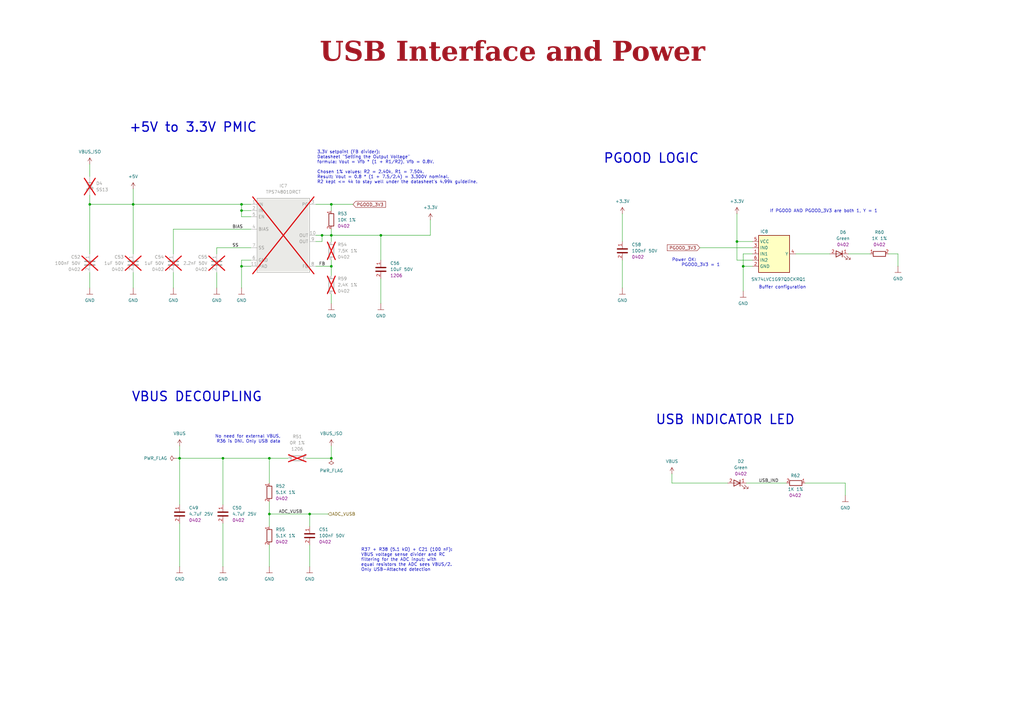
<source format=kicad_sch>
(kicad_sch (version 20250114) (generator "eeschema") (generator_version "9.0")
  (paper "A3")
  (title_block (title "USB Interface and Power") (date "2026-02-05") (rev "1.0.0") (company "DvidMakesThings"))
  (lib_symbols
    (symbol "DS_Capacitor_0402:100nF 50V 0402"
      (property "Reference" "C" (at 3.81 2.032 0))
      (property "Value" "100nF 50V" (at 3.81 0 0))
      (property "FOOTPRINT_SHORT" "0402" (at 3.81 -2.032 0))
      (symbol "100nF 50V 0402_0_1"
        (polyline (pts (xy -2.032 0.762) (xy 2.032 0.762)) (stroke (width 0.508)))
        (polyline (pts (xy -2.032 -0.762) (xy 2.032 -0.762)) (stroke (width 0.508)))
      )
      (symbol "100nF 50V 0402_1_1"
        (pin passive line (at 0 3.81 270) (length 2.794) (name "~") (number "1"))
        (pin passive line (at 0 -3.81 90) (length 2.794) (name "~") (number "2"))
      )
    )
    (symbol "DS_Capacitor_0402:1uF 50V 0402"
      (property "Reference" "C" (at 3.81 2.032 0))
      (property "Value" "1uF 50V" (at 3.81 0 0))
      (property "FOOTPRINT_SHORT" "0402" (at 3.81 -2.032 0))
      (symbol "1uF 50V 0402_0_1"
        (polyline (pts (xy -2.032 0.762) (xy 2.032 0.762)) (stroke (width 0.508)))
        (polyline (pts (xy -2.032 -0.762) (xy 2.032 -0.762)) (stroke (width 0.508)))
      )
      (symbol "1uF 50V 0402_1_1"
        (pin passive line (at 0 3.81 270) (length 2.794) (name "~") (number "1"))
        (pin passive line (at 0 -3.81 90) (length 2.794) (name "~") (number "2"))
      )
    )
    (symbol "DS_Capacitor_0402:2.2nF 50V 0402"
      (property "Reference" "C" (at 3.81 2.032 0))
      (property "Value" "2.2nF 50V" (at 3.81 0 0))
      (property "FOOTPRINT_SHORT" "0402" (at 3.81 -2.032 0))
      (symbol "2.2nF 50V 0402_0_1"
        (polyline (pts (xy -2.032 0.762) (xy 2.032 0.762)) (stroke (width 0.508)))
        (polyline (pts (xy -2.032 -0.762) (xy 2.032 -0.762)) (stroke (width 0.508)))
      )
      (symbol "2.2nF 50V 0402_1_1"
        (pin passive line (at 0 3.81 270) (length 2.794) (name "~") (number "1"))
        (pin passive line (at 0 -3.81 90) (length 2.794) (name "~") (number "2"))
      )
    )
    (symbol "DS_Capacitor_0402:4.7uF 25V 0402"
      (property "Reference" "C" (at 3.81 2.032 0))
      (property "Value" "4.7uF 25V" (at 3.81 0 0))
      (property "FOOTPRINT_SHORT" "0402" (at 3.81 -2.032 0))
      (symbol "4.7uF 25V 0402_0_1"
        (polyline (pts (xy -2.032 0.762) (xy 2.032 0.762)) (stroke (width 0.508)))
        (polyline (pts (xy -2.032 -0.762) (xy 2.032 -0.762)) (stroke (width 0.508)))
      )
      (symbol "4.7uF 25V 0402_1_1"
        (pin passive line (at 0 3.81 270) (length 2.794) (name "~") (number "1"))
        (pin passive line (at 0 -3.81 90) (length 2.794) (name "~") (number "2"))
      )
    )
    (symbol "DS_Capacitor_1206:10uF 50V 1206"
      (property "Reference" "C" (at 3.81 2.032 0))
      (property "Value" "10uF 50V" (at 3.81 0 0))
      (property "FOOTPRINT_SHORT" "1206" (at 3.81 -2.032 0))
      (symbol "10uF 50V 1206_0_1"
        (polyline (pts (xy -2.032 0.762) (xy 2.032 0.762)) (stroke (width 0.508)))
        (polyline (pts (xy -2.032 -0.762) (xy 2.032 -0.762)) (stroke (width 0.508)))
      )
      (symbol "10uF 50V 1206_1_1"
        (pin passive line (at 0 3.81 270) (length 2.794) (name "~") (number "1"))
        (pin passive line (at 0 -3.81 90) (length 2.794) (name "~") (number "2"))
      )
    )
    (symbol "DS_Opto:Green_0402"
      (property "Reference" "D" (at -1.27 5.08 0))
      (property "Value" "Green" (at -1.27 2.794 0))
      (property "Size" "0402" (at -1.016 -3.302 0))
      (symbol "Green_0402_0_1"
        (polyline (pts (xy -3.048 -0.762) (xy -4.572 -2.286) (xy -3.81 -2.286) (xy -4.572 -2.286) (xy -4.572 -1.524)))
        (polyline (pts (xy -1.778 -0.762) (xy -3.302 -2.286) (xy -2.54 -2.286) (xy -3.302 -2.286) (xy -3.302 -1.524)))
        (polyline (pts (xy -1.27 0) (xy 1.27 0)))
        (polyline (pts (xy -1.27 -1.27) (xy -1.27 1.27)) (stroke (width 0.254)))
        (polyline (pts (xy 1.27 -1.27) (xy 1.27 1.27) (xy -1.27 0) (xy 1.27 -1.27)) (stroke (width 0.254)))
      )
      (symbol "Green_0402_1_1"
        (pin passive line (at -3.81 0 0) (length 2.54) (name "") (number "1"))
        (pin passive line (at 3.81 0 180) (length 2.54) (name "") (number "2"))
      )
    )
    (symbol "DS_Peripherals:SN74LVC1G97QDCKRQ1"
      (property "Reference" "IC" (at -6.35 9.144 0))
      (property "Value" "SN74LVC1G97QDCKRQ1" (at 1.778 -9.652 0))
      (symbol "SN74LVC1G97QDCKRQ1_0_1"
        (rectangle (start -6.35 7.62) (end 6.35 -7.62) (stroke (width 0.254)) (fill (type background)))
      )
      (symbol "SN74LVC1G97QDCKRQ1_1_1"
        (pin power_in line (at -8.89 5.08 0) (length 2.54) (name "VCC") (number "5"))
        (pin passive line (at -8.89 2.54 0) (length 2.54) (name "IN0") (number "3"))
        (pin passive line (at -8.89 0 0) (length 2.54) (name "IN1") (number "1"))
        (pin passive line (at -8.89 -2.54 0) (length 2.54) (name "IN2") (number "6"))
        (pin power_in line (at -8.89 -5.08 0) (length 2.54) (name "GND") (number "2"))
        (pin passive line (at 8.89 0 180) (length 2.54) (name "Y") (number "4"))
      )
    )
    (symbol "DS_Resistor_0402:10K 1% 0402"
      (property "Reference" "R" (at 2.032 2.032 0))
      (property "Value" "10K 1%" (at 2.032 0 0))
      (property "FOOTPRINT_SHORT" "0402" (at 2.032 -2.032 0))
      (symbol "10K 1% 0402_0_1"
        (rectangle (start -1.016 2.54) (end 1.016 -2.54) (stroke (width 0.254)))
      )
      (symbol "10K 1% 0402_1_1"
        (pin passive line (at 0 3.81 270) (length 1.27) (name "~") (number "1"))
        (pin passive line (at 0 -3.81 90) (length 1.27) (name "~") (number "2"))
      )
    )
    (symbol "DS_Resistor_0402:1K 1% 0402"
      (property "Reference" "R" (at 2.032 2.032 0))
      (property "Value" "1K 1%" (at 2.032 0 0))
      (property "FOOTPRINT_SHORT" "0402" (at 2.032 -2.032 0))
      (symbol "1K 1% 0402_0_1"
        (rectangle (start -1.016 2.54) (end 1.016 -2.54) (stroke (width 0.254)))
      )
      (symbol "1K 1% 0402_1_1"
        (pin passive line (at 0 3.81 270) (length 1.27) (name "~") (number "1"))
        (pin passive line (at 0 -3.81 90) (length 1.27) (name "~") (number "2"))
      )
    )
    (symbol "DS_Resistor_0402:2.4K 1% 0402"
      (property "Reference" "R" (at 2.032 2.032 0))
      (property "Value" "2.4K 1%" (at 2.032 0 0))
      (property "FOOTPRINT_SHORT" "0402" (at 2.032 -2.032 0))
      (symbol "2.4K 1% 0402_0_1"
        (rectangle (start -1.016 2.54) (end 1.016 -2.54) (stroke (width 0.254)))
      )
      (symbol "2.4K 1% 0402_1_1"
        (pin passive line (at 0 3.81 270) (length 1.27) (name "~") (number "1"))
        (pin passive line (at 0 -3.81 90) (length 1.27) (name "~") (number "2"))
      )
    )
    (symbol "DS_Resistor_0402:5.1K 1% 0402"
      (property "Reference" "R" (at 2.032 2.032 0))
      (property "Value" "5.1K 1%" (at 2.032 0 0))
      (property "FOOTPRINT_SHORT" "0402" (at 2.032 -2.032 0))
      (symbol "5.1K 1% 0402_0_1"
        (rectangle (start -1.016 2.54) (end 1.016 -2.54) (stroke (width 0.254)))
      )
      (symbol "5.1K 1% 0402_1_1"
        (pin passive line (at 0 3.81 270) (length 1.27) (name "~") (number "1"))
        (pin passive line (at 0 -3.81 90) (length 1.27) (name "~") (number "2"))
      )
    )
    (symbol "DS_Resistor_0402:7.5K 1% 0402"
      (property "Reference" "R" (at 2.032 2.032 0))
      (property "Value" "7.5K 1%" (at 2.032 0 0))
      (property "FOOTPRINT_SHORT" "0402" (at 2.032 -2.032 0))
      (symbol "7.5K 1% 0402_0_1"
        (rectangle (start -1.016 2.54) (end 1.016 -2.54) (stroke (width 0.254)))
      )
      (symbol "7.5K 1% 0402_1_1"
        (pin passive line (at 0 3.81 270) (length 1.27) (name "~") (number "1"))
        (pin passive line (at 0 -3.81 90) (length 1.27) (name "~") (number "2"))
      )
    )
    (symbol "DS_Resistor_1206:0R 1% 1206"
      (property "Reference" "R" (at 2.032 2.032 0))
      (property "Value" "0R 1%" (at 2.032 0 0))
      (property "FOOTPRINT_SHORT" "1206" (at 2.032 -2.032 0))
      (symbol "0R 1% 1206_0_1"
        (rectangle (start -1.016 2.54) (end 1.016 -2.54) (stroke (width 0.254)))
      )
      (symbol "0R 1% 1206_1_1"
        (pin passive line (at 0 3.81 270) (length 1.27) (name "~") (number "1"))
        (pin passive line (at 0 -3.81 90) (length 1.27) (name "~") (number "2"))
      )
    )
    (symbol "DS_Supply:GND" (power) (pin_numbers (hide yes)) (pin_names (offset 0) (hide yes))
      (property "Value" "GND" (at 0 -3.81 0))
      (symbol "GND_0_1"
        (polyline (pts (xy 0 0) (xy 0 -2.54) (xy 1.27 -2.54) (xy 0 -2.54) (xy -1.27 -2.54) (xy 0 -2.54)))
      )
      (symbol "GND_1_1"
        (pin power_in line (at 0 0 270) (length 0) (name "~") (number "1"))
      )
    )
    (symbol "DS_Vreg:TPS74801DRCT"
      (property "Reference" "IC" (at -7.874 17.018 0))
      (property "Value" "TPS74801DRCT" (at -11.176 -17.526 0))
      (symbol "TPS74801DRCT_0_1"
        (rectangle (start -11.43 15.24) (end 10.16 -15.24) (fill (type background)))
      )
      (symbol "TPS74801DRCT_1_0"
        (pin power_in line (at -13.97 12.7 0) (length 2.54) (name "IN") (number "1"))
        (pin power_in line (at -13.97 10.16 0) (length 2.54) (name "IN") (number "2"))
        (pin input line (at -13.97 7.62 0) (length 2.54) (name "EN") (number "5"))
        (pin input line (at -13.97 2.54 0) (length 2.54) (name "BIAS") (number "4"))
        (pin passive line (at -13.97 -5.08 0) (length 2.54) (name "SS") (number "7"))
        (pin power_in line (at -13.97 -10.16 0) (length 2.54) (name "GND") (number "6"))
        (pin power_in line (at -13.97 -12.7 0) (length 2.54) (name "PAD") (number "11"))
        (pin passive line (at 12.7 12.7 180) (length 2.54) (name "PG") (number "3"))
        (pin power_in line (at 12.7 0 180) (length 2.54) (name "OUT") (number "10"))
        (pin power_in line (at 12.7 -2.54 180) (length 2.54) (name "OUT") (number "9"))
        (pin input line (at 12.7 -12.7 180) (length 2.54) (name "FB") (number "8"))
      )
    )
    (symbol "Diode:SS13" (pin_numbers (hide yes)) (pin_names (offset 1.016) (hide yes))
      (property "Reference" "D" (at 0 2.54 0))
      (property "Value" "SS13" (at 0 -2.54 0))
      (symbol "SS13_0_1"
        (polyline (pts (xy -1.905 0.635) (xy -1.905 1.27) (xy -1.27 1.27) (xy -1.27 -1.27) (xy -0.635 -1.27) (xy -0.635 -0.635)) (stroke (width 0.254)))
        (polyline (pts (xy 1.27 1.27) (xy 1.27 -1.27) (xy -1.27 0) (xy 1.27 1.27)) (stroke (width 0.254)))
        (polyline (pts (xy 1.27 0) (xy -1.27 0)))
      )
      (symbol "SS13_1_1"
        (pin passive line (at -3.81 0 0) (length 2.54) (name "K") (number "1"))
        (pin passive line (at 3.81 0 180) (length 2.54) (name "A") (number "2"))
      )
    )
    (symbol "power:+3.3V" (power) (pin_numbers (hide yes)) (pin_names (offset 0) (hide yes))
      (property "Value" "+3.3V" (at 0 3.556 0))
      (symbol "+3.3V_0_1"
        (polyline (pts (xy -0.762 1.27) (xy 0 2.54)))
        (polyline (pts (xy 0 2.54) (xy 0.762 1.27)))
        (polyline (pts (xy 0 0) (xy 0 2.54)))
      )
      (symbol "+3.3V_1_1"
        (pin power_in line (at 0 0 90) (length 0) (name "~") (number "1"))
      )
    )
    (symbol "power:+5V" (power) (pin_numbers (hide yes)) (pin_names (offset 0) (hide yes))
      (property "Value" "+5V" (at 0 3.556 0))
      (symbol "+5V_0_1"
        (polyline (pts (xy -0.762 1.27) (xy 0 2.54)))
        (polyline (pts (xy 0 2.54) (xy 0.762 1.27)))
        (polyline (pts (xy 0 0) (xy 0 2.54)))
      )
      (symbol "+5V_1_1"
        (pin power_in line (at 0 0 90) (length 0) (name "~") (number "1"))
      )
    )
    (symbol "power:PWR_FLAG" (power) (pin_numbers (hide yes)) (pin_names (offset 0) (hide yes))
      (property "Value" "PWR_FLAG" (at 0 3.81 0))
      (symbol "PWR_FLAG_0_0"
        (pin power_out line (at 0 0 90) (length 0) (name "~") (number "1"))
      )
      (symbol "PWR_FLAG_0_1"
        (polyline (pts (xy 0 0) (xy 0 1.27) (xy -1.016 1.905) (xy 0 2.54) (xy 1.016 1.905) (xy 0 1.27)))
      )
    )
    (symbol "power:VBUS" (power) (pin_numbers (hide yes)) (pin_names (offset 0) (hide yes))
      (property "Value" "VBUS" (at 0 3.556 0))
      (symbol "VBUS_0_1"
        (polyline (pts (xy -0.762 1.27) (xy 0 2.54)))
        (polyline (pts (xy 0 2.54) (xy 0.762 1.27)))
        (polyline (pts (xy 0 0) (xy 0 2.54)))
      )
      (symbol "VBUS_1_1"
        (pin power_in line (at 0 0 90) (length 0) (name "~") (number "1"))
      )
    )
  )
  (text "No need for external VBUS,\nR36 is DNI. Only USB data" (at 115.062 180.086 0) (effects (font (size 1.27 1.27)) (justify right)))
  (text "+5V to 3.3V PMIC" (at 52.832 52.324 0) (effects (font (size 3.81 3.81) (thickness 0.508) (bold yes)) (justify left)))
  (text "3.3V setpoint (FB divider): \nDatasheet \"Setting the Output Voltage\" \nformula: Vout = Vfb * (1 + R1/R2), Vfb = 0.8V. \n\nChosen 1% values: R2 = 2.40k, R1 = 7.50k. \nResult: Vout = 0.8 * (1 + 7.5/2.4) = 3.300V nominal. \nR2 kept <= 4k to stay well under the datasheet's 4.99k guideline." (at 130.048 68.58 0) (effects (font (size 1.27 1.27)) (justify left)))
  (text "VBUS DECOUPLING" (at 53.848 162.814 0) (effects (font (size 3.81 3.81) (thickness 0.508) (bold yes)) (justify left)))
  (text "R37 + R38 (5.1 kΩ) + C21 (100 nF): \nVBUS voltage sense divider and RC \nfiltering for the ADC input; with \nequal resistors the ADC sees VBUS/2.\nOnly USB-Attached detection" (at 148.082 229.616 0) (effects (font (size 1.27 1.27)) (justify left)))
  (text "If PGOOD AND PGOOD_3V3 are both 1, Y = 1" (at 315.722 86.614 0) (effects (font (size 1.27 1.27)) (justify left)))
  (text "USB INDICATOR LED" (at 268.732 172.212 0) (effects (font (size 3.81 3.81) (thickness 0.508) (bold yes)) (justify left)))
  (text "Power OK: \n    PGOOD_3V3 = 1" (at 275.59 107.696 0) (effects (font (size 1.27 1.27)) (justify left)))
  (text "Buffer configuration" (at 311.15 117.856 0) (effects (font (size 1.27 1.27)) (justify left)))
  (text "PGOOD LOGIC" (at 247.396 65.024 0) (effects (font (size 3.81 3.81) (thickness 0.508) (bold yes)) (justify left)))
  (text_box "USB Interface and Power" (at 12.7 15.24 0) (size 394.97 12.7) (margins 5.9999 5.9999 5.9999 5.9999) (stroke (width -0.0001)) (effects (font (size 8 8) (thickness 1.2) (bold yes))))
  (junction (at 127 210.82))
  (junction (at 99.06 109.22))
  (junction (at 110.49 210.82))
  (junction (at 110.49 187.96))
  (junction (at 304.8 109.22))
  (junction (at 54.61 83.82))
  (junction (at 132.08 96.52))
  (junction (at 135.89 96.52))
  (junction (at 73.66 187.96))
  (junction (at 36.83 83.82))
  (junction (at 135.89 187.96))
  (junction (at 135.89 109.22))
  (junction (at 156.21 96.52))
  (junction (at 302.26 99.06))
  (junction (at 91.44 187.96))
  (junction (at 135.89 83.82))
  (junction (at 99.06 86.36))
  (junction (at 99.06 83.82))
  (wire (pts (xy 156.21 114.3) (xy 156.21 124.46)))
  (wire (pts (xy 275.59 198.12) (xy 275.59 194.31)))
  (wire (pts (xy 135.89 83.82) (xy 144.78 83.82)))
  (wire (pts (xy 127 232.41) (xy 127 223.52)))
  (wire (pts (xy 129.54 109.22) (xy 135.89 109.22)))
  (wire (pts (xy 72.39 187.96) (xy 73.66 187.96)))
  (wire (pts (xy 368.3 104.14) (xy 368.3 109.22)))
  (wire (pts (xy 298.45 198.12) (xy 275.59 198.12)))
  (wire (pts (xy 302.26 87.63) (xy 302.26 99.06)))
  (wire (pts (xy 36.83 118.11) (xy 36.83 111.76)))
  (wire (pts (xy 36.83 83.82) (xy 36.83 104.14)))
  (wire (pts (xy 125.73 187.96) (xy 135.89 187.96)))
  (wire (pts (xy 54.61 83.82) (xy 54.61 104.14)))
  (wire (pts (xy 54.61 83.82) (xy 99.06 83.82)))
  (wire (pts (xy 88.9 111.76) (xy 88.9 118.11)))
  (wire (pts (xy 54.61 77.47) (xy 54.61 83.82)))
  (wire (pts (xy 129.54 96.52) (xy 132.08 96.52)))
  (wire (pts (xy 73.66 232.41) (xy 73.66 214.63)))
  (wire (pts (xy 129.54 99.06) (xy 132.08 99.06)))
  (wire (pts (xy 306.07 198.12) (xy 322.58 198.12)))
  (wire (pts (xy 110.49 232.41) (xy 110.49 223.52)))
  (wire (pts (xy 91.44 187.96) (xy 73.66 187.96)))
  (wire (pts (xy 156.21 96.52) (xy 176.53 96.52)))
  (wire (pts (xy 127 210.82) (xy 127 215.9)))
  (wire (pts (xy 326.39 104.14) (xy 340.36 104.14)))
  (wire (pts (xy 135.89 93.98) (xy 135.89 96.52)))
  (wire (pts (xy 36.83 67.31) (xy 36.83 72.39)))
  (wire (pts (xy 132.08 96.52) (xy 135.89 96.52)))
  (wire (pts (xy 135.89 83.82) (xy 135.89 86.36)))
  (wire (pts (xy 73.66 182.88) (xy 73.66 187.96)))
  (wire (pts (xy 302.26 106.68) (xy 302.26 99.06)))
  (wire (pts (xy 36.83 80.01) (xy 36.83 83.82)))
  (wire (pts (xy 99.06 106.68) (xy 99.06 109.22)))
  (wire (pts (xy 110.49 187.96) (xy 110.49 198.12)))
  (wire (pts (xy 110.49 210.82) (xy 110.49 205.74)))
  (wire (pts (xy 88.9 101.6) (xy 88.9 104.14)))
  (wire (pts (xy 135.89 120.65) (xy 135.89 124.46)))
  (wire (pts (xy 304.8 109.22) (xy 304.8 119.38)))
  (wire (pts (xy 110.49 210.82) (xy 127 210.82)))
  (wire (pts (xy 99.06 83.82) (xy 102.87 83.82)))
  (wire (pts (xy 99.06 109.22) (xy 99.06 118.11)))
  (wire (pts (xy 91.44 232.41) (xy 91.44 214.63)))
  (wire (pts (xy 132.08 96.52) (xy 132.08 99.06)))
  (wire (pts (xy 304.8 104.14) (xy 308.61 104.14)))
  (wire (pts (xy 255.27 118.11) (xy 255.27 106.68)))
  (wire (pts (xy 287.02 101.6) (xy 308.61 101.6)))
  (wire (pts (xy 99.06 83.82) (xy 99.06 86.36)))
  (wire (pts (xy 127 210.82) (xy 134.62 210.82)))
  (wire (pts (xy 135.89 109.22) (xy 135.89 113.03)))
  (wire (pts (xy 88.9 101.6) (xy 102.87 101.6)))
  (wire (pts (xy 346.71 198.12) (xy 346.71 203.2)))
  (wire (pts (xy 110.49 215.9) (xy 110.49 210.82)))
  (wire (pts (xy 71.12 93.98) (xy 102.87 93.98)))
  (wire (pts (xy 99.06 106.68) (xy 102.87 106.68)))
  (wire (pts (xy 110.49 187.96) (xy 118.11 187.96)))
  (wire (pts (xy 364.49 104.14) (xy 368.3 104.14)))
  (wire (pts (xy 99.06 109.22) (xy 102.87 109.22)))
  (wire (pts (xy 135.89 182.88) (xy 135.89 187.96)))
  (wire (pts (xy 304.8 104.14) (xy 304.8 109.22)))
  (wire (pts (xy 308.61 109.22) (xy 304.8 109.22)))
  (wire (pts (xy 71.12 93.98) (xy 71.12 104.14)))
  (wire (pts (xy 73.66 207.01) (xy 73.66 187.96)))
  (wire (pts (xy 176.53 90.17) (xy 176.53 96.52)))
  (wire (pts (xy 135.89 96.52) (xy 135.89 99.06)))
  (wire (pts (xy 91.44 207.01) (xy 91.44 187.96)))
  (wire (pts (xy 308.61 106.68) (xy 302.26 106.68)))
  (wire (pts (xy 99.06 86.36) (xy 102.87 86.36)))
  (wire (pts (xy 99.06 88.9) (xy 102.87 88.9)))
  (wire (pts (xy 255.27 87.63) (xy 255.27 99.06)))
  (wire (pts (xy 71.12 118.11) (xy 71.12 111.76)))
  (wire (pts (xy 54.61 118.11) (xy 54.61 111.76)))
  (wire (pts (xy 356.87 104.14) (xy 347.98 104.14)))
  (wire (pts (xy 135.89 96.52) (xy 156.21 96.52)))
  (wire (pts (xy 129.54 83.82) (xy 135.89 83.82)))
  (wire (pts (xy 302.26 99.06) (xy 308.61 99.06)))
  (wire (pts (xy 135.89 106.68) (xy 135.89 109.22)))
  (wire (pts (xy 99.06 86.36) (xy 99.06 88.9)))
  (wire (pts (xy 330.2 198.12) (xy 346.71 198.12)))
  (wire (pts (xy 156.21 96.52) (xy 156.21 106.68)))
  (wire (pts (xy 36.83 83.82) (xy 54.61 83.82)))
  (wire (pts (xy 91.44 187.96) (xy 110.49 187.96)))
  (label "USB_IND" (at 311.15 198.12 0))
  (label "BIAS" (at 95.25 93.98 0))
  (label "ADC_VUSB" (at 114.3 210.82 0))
  (label "FB" (at 130.81 109.22 0))
  (label "SS" (at 95.25 101.6 0))
  (global_label "PGOOD_3V3" (shape input) (at 144.78 83.82 0) (property "Intersheetrefs" "${INTERSHEET_REFS}" (effects (hide yes))))
  (global_label "PGOOD_3V3" (shape input) (at 287.02 101.6 180) (property "Intersheetrefs" "${INTERSHEET_REFS}" (effects (hide yes))))
  (hierarchical_label "ADC_VUSB" (shape input) (at 134.62 210.82 0))
  (symbol (lib_id "power:VBUS") (at 275.59 194.31 0) (unit 1)
    (property "Reference" "#PWR0112" (effects (hide yes)))
    (property "Value" "VBUS" (at 275.59 189.23 0))
    (property "Description" "Power symbol creates a global label with name \"VBUS\"" (effects (hide yes)))
  )
  (symbol (lib_id "power:PWR_FLAG") (at 135.89 187.96 180) (unit 1)
    (property "Reference" "#FLG05" (effects (hide yes)))
    (property "Value" "PWR_FLAG" (at 135.89 193.04 0))
    (property "Description" "Special symbol for telling ERC where power comes from" (effects (hide yes)))
  )
  (symbol (lib_id "DS_Capacitor_1206:10uF 50V 1206") (at 156.21 110.49 0) (unit 1)
    (property "Reference" "C56" (at 160.02 107.9499 0) (effects (justify left)))
    (property "Value" "10uF 50V" (at 160.02 110.4899 0) (effects (justify left)))
    (property "Footprint" "Capacitor_SMD:C_1206_3216Metric" (effects (hide yes)))
    (property "Datasheet" "https://jlcpcb.com/api/file/downloadByFileSystemAccessId/8579707359440130048" (effects (hide yes)))
    (property "Description" "50V 10uF X5R ±10% 1206 Multilayer Ceramic Capacitors MLCC - SMD/SMT ROHS" (effects (hide yes)))
    (property "FOOTPRINT_SHORT" "1206" (at 160.02 113.0299 0) (effects (justify left)))
    (property "ROHS" "YES" (effects (hide yes)))
    (property "LCSC_PART" "C13585" (effects (hide yes)))
    (property "MFR" "Samsung Electro-Mechanics" (effects (hide yes)))
    (property "MPN" "CL31A106KBHNNNE" (effects (hide yes)))
  )
  (symbol (lib_id "DS_Resistor_0402:7.5K 1% 0402") (at 135.89 102.87 0) (unit 1) (in_bom no) (dnp yes)
    (property "Reference" "R54" (at 138.43 100.3299 0) (effects (justify left)))
    (property "Value" "7.5K 1%" (at 138.43 102.8699 0) (effects (justify left)))
    (property "Footprint" "Resistor_SMD:R_0402_1005Metric" (effects (hide yes)))
    (property "Description" "62.5mW Thick Film Resistors 50V ±100ppm/℃ ±1% 7.5kΩ 0402 Chip Resistor - Surface Mount ROHS" (effects (hide yes)))
    (property "LCSC_PART" "C25918" (effects (hide yes)))
    (property "ROHS" "YES" (effects (hide yes)))
    (property "FOOTPRINT_SHORT" "0402" (at 138.43 105.4099 0) (effects (justify left)))
    (property "MFR" "Uniohm" (effects (hide yes)))
  )
  (symbol (lib_id "DS_Supply:GND") (at 135.89 124.46 0) (unit 1)
    (property "Reference" "#PWR098" (effects (hide yes)))
    (property "Value" "GND" (at 135.89 129.54 0))
    (property "Description" "Power symbol creates a global label with name \"GND\" , ground" (effects (hide yes)))
  )
  (symbol (lib_id "Diode:SS13") (at 36.83 76.2 90) (unit 1) (in_bom no) (dnp yes)
    (property "Reference" "D4" (at 39.37 75.2474 90) (effects (justify right)))
    (property "Value" "SS13" (at 39.37 77.7874 90) (effects (justify right)))
    (property "Footprint" "Diode_SMD:D_SMA" (effects (hide yes)))
    (property "Datasheet" "https://www.vishay.com/docs/88746/ss12.pdf" (effects (hide yes)))
    (property "Description" "30V 1A Schottky Diode, SMA" (effects (hide yes)))
  )
  (symbol (lib_id "DS_Capacitor_0402:1uF 50V 0402") (at 71.12 107.95 0) (mirror y) (unit 1) (in_bom no) (dnp yes)
    (property "Reference" "C54" (at 67.31 105.4099 0) (effects (justify left)))
    (property "Value" "1uF 50V" (at 67.31 107.9499 0) (effects (justify left)))
    (property "Footprint" "Capacitor_SMD:C_0402_1005Metric" (effects (hide yes)))
    (property "Description" "50V 1uF X5R ±10% 0402 Multilayer Ceramic Capacitors MLCC - SMD/SMT ROHS" (effects (hide yes)))
    (property "FOOTPRINT_SHORT" "0402" (at 67.31 110.4899 0) (effects (justify left)))
    (property "ROHS" "YES" (effects (hide yes)))
    (property "LCSC_PART" "C1518208" (effects (hide yes)))
  )
  (symbol (lib_id "DS_Opto:Green_0402") (at 302.26 198.12 0) (mirror y) (unit 1)
    (property "Reference" "D2" (at 303.8475 189.23 0))
    (property "Value" "Green" (at 303.8475 191.77 0))
    (property "Footprint" "LED_SMD:LED_0402_1005Metric" (effects (hide yes)))
    (property "Datasheet" "https://jlcpcb.com/api/file/downloadByFileSystemAccessId/8588919245081731072" (effects (hide yes)))
    (property "Description" "-40℃~+85℃ 120° 249mcd 25mA 3V 516nm~531nm 531nm 80mW Emerald Green Top-mount Water Clear 0402 LED Indication - Discrete ROHS" (effects (hide yes)))
    (property "MPN" "XL-1005UGC" (effects (hide yes)))
    (property "MFR" "XINGLIGHT" (effects (hide yes)))
    (property "LCSC_PART" "C965793" (effects (hide yes)))
    (property "ROHS" "YES" (effects (hide yes)))
    (property "Size" "0402" (at 303.8475 194.31 0))
  )
  (symbol (lib_id "DS_Supply:GND") (at 255.27 118.11 0) (unit 1)
    (property "Reference" "#PWR0105" (effects (hide yes)))
    (property "Value" "GND" (at 255.27 123.19 0))
    (property "Description" "Power symbol creates a global label with name \"GND\" , ground" (effects (hide yes)))
  )
  (symbol (lib_id "DS_Opto:Green_0402") (at 344.17 104.14 0) (mirror y) (unit 1)
    (property "Reference" "D6" (at 345.7575 95.25 0))
    (property "Value" "Green" (at 345.7575 97.79 0))
    (property "Footprint" "LED_SMD:LED_0402_1005Metric" (effects (hide yes)))
    (property "Datasheet" "https://jlcpcb.com/api/file/downloadByFileSystemAccessId/8588919245081731072" (effects (hide yes)))
    (property "Description" "-40℃~+85℃ 120° 249mcd 25mA 3V 516nm~531nm 531nm 80mW Emerald Green Top-mount Water Clear 0402 LED Indication - Discrete ROHS" (effects (hide yes)))
    (property "MPN" "XL-1005UGC" (effects (hide yes)))
    (property "MFR" "XINGLIGHT" (effects (hide yes)))
    (property "LCSC_PART" "C965793" (effects (hide yes)))
    (property "ROHS" "YES" (effects (hide yes)))
    (property "Size" "0402" (at 345.7575 100.33 0))
  )
  (symbol (lib_id "DS_Supply:GND") (at 99.06 118.11 0) (unit 1)
    (property "Reference" "#PWR090" (effects (hide yes)))
    (property "Value" "GND" (at 99.06 123.19 0))
    (property "Description" "Power symbol creates a global label with name \"GND\" , ground" (effects (hide yes)))
  )
  (symbol (lib_id "DS_Resistor_0402:5.1K 1% 0402") (at 110.49 201.93 0) (unit 1)
    (property "Reference" "R52" (at 113.03 199.3899 0) (effects (justify left)))
    (property "Value" "5.1K 1%" (at 113.03 201.9299 0) (effects (justify left)))
    (property "Footprint" "Resistor_SMD:R_0402_1005Metric" (effects (hide yes)))
    (property "Description" "62.5mW Thick Film Resistors 50V ±100ppm/℃ ±1% 5.1kΩ 0402 Chip Resistor - Surface Mount ROHS" (effects (hide yes)))
    (property "LCSC_PART" "C25905" (effects (hide yes)))
    (property "ROHS" "YES" (effects (hide yes)))
    (property "FOOTPRINT_SHORT" "0402" (at 113.03 204.4699 0) (effects (justify left)))
  )
  (symbol (lib_id "power:+3.3V") (at 176.53 90.17 0) (unit 1)
    (property "Reference" "#PWR085" (effects (hide yes)))
    (property "Value" "+3.3V" (at 176.53 85.09 0))
    (property "Description" "Power symbol creates a global label with name \"+3.3V\"" (effects (hide yes)))
  )
  (symbol (lib_id "DS_Peripherals:SN74LVC1G97QDCKRQ1") (at 317.5 104.14 0) (unit 1)
    (property "Reference" "IC8" (at 313.436 94.996 0))
    (property "Value" "SN74LVC1G97QDCKRQ1" (at 319.278 114.554 0))
    (property "Footprint" "DS_Peripherals:SOT-363_SC-70-6" (effects (hide yes)))
    (property "Datasheet" "https://www.ti.com/general/docs/suppproductinfo.tsp?distId=10&gotoUrl=https%3A%2F%2Fwww.ti.com%2Flit%2Fgpn%2Fsn74lvc1g97-q1" (effects (hide yes)))
    (property "Description" "Configurable Multiple Function Configurable 1 Circuit 3 Input SC-70-6" (effects (hide yes)))
    (property "MPN" "SN74LVC1G97QDCKRQ1" (effects (hide yes)))
    (property "MFR" "Texas Instruments" (effects (hide yes)))
    (property "LCSC_PART" "C179911" (effects (hide yes)))
    (property "DIST1" "https://www.digikey.de/en/products/detail/texas-instruments/sn74lvc1g97qdckrq1/716453" (effects (hide yes)))
    (property "ROHS" "YES" (effects (hide yes)))
  )
  (symbol (lib_id "DS_Supply:GND") (at 91.44 232.41 0) (unit 1)
    (property "Reference" "#PWR095" (effects (hide yes)))
    (property "Value" "GND" (at 91.44 237.49 0))
    (property "Description" "Power symbol creates a global label with name \"GND\" , ground" (effects (hide yes)))
  )
  (symbol (lib_id "DS_Supply:GND") (at 88.9 118.11 0) (unit 1)
    (property "Reference" "#PWR089" (effects (hide yes)))
    (property "Value" "GND" (at 88.9 123.19 0))
    (property "Description" "Power symbol creates a global label with name \"GND\" , ground" (effects (hide yes)))
  )
  (symbol (lib_id "DS_Capacitor_0402:100nF 50V 0402") (at 127 219.71 0) (unit 1)
    (property "Reference" "C51" (at 130.81 217.1699 0) (effects (justify left)))
    (property "Value" "100nF 50V" (at 130.81 219.7099 0) (effects (justify left)))
    (property "Footprint" "Capacitor_SMD:C_0402_1005Metric" (effects (hide yes)))
    (property "Description" "50V 100nF X7R ±10% 0402 Multilayer Ceramic Capacitors MLCC - SMD/SMT ROHS" (effects (hide yes)))
    (property "FOOTPRINT_SHORT" "0402" (at 130.81 222.2499 0) (effects (justify left)))
    (property "ROHS" "YES" (effects (hide yes)))
    (property "LCSC_PART" "C307331" (effects (hide yes)))
  )
  (symbol (lib_id "DS_Resistor_0402:5.1K 1% 0402") (at 110.49 219.71 0) (unit 1)
    (property "Reference" "R55" (at 113.03 217.1699 0) (effects (justify left)))
    (property "Value" "5.1K 1%" (at 113.03 219.7099 0) (effects (justify left)))
    (property "Footprint" "Resistor_SMD:R_0402_1005Metric" (effects (hide yes)))
    (property "Description" "62.5mW Thick Film Resistors 50V ±100ppm/℃ ±1% 5.1kΩ 0402 Chip Resistor - Surface Mount ROHS" (effects (hide yes)))
    (property "LCSC_PART" "C25905" (effects (hide yes)))
    (property "ROHS" "YES" (effects (hide yes)))
    (property "FOOTPRINT_SHORT" "0402" (at 113.03 222.2499 0) (effects (justify left)))
  )
  (symbol (lib_id "DS_Supply:GND") (at 156.21 124.46 0) (unit 1)
    (property "Reference" "#PWR099" (effects (hide yes)))
    (property "Value" "GND" (at 156.21 129.54 0))
    (property "Description" "Power symbol creates a global label with name \"GND\" , ground" (effects (hide yes)))
  )
  (symbol (lib_id "DS_Capacitor_0402:100nF 50V 0402") (at 255.27 102.87 0) (unit 1)
    (property "Reference" "C58" (at 259.08 100.3299 0) (effects (justify left)))
    (property "Value" "100nF 50V" (at 259.08 102.8699 0) (effects (justify left)))
    (property "Footprint" "Capacitor_SMD:C_0402_1005Metric" (effects (hide yes)))
    (property "Description" "50V 100nF X7R ±10% 0402 Multilayer Ceramic Capacitors MLCC - SMD/SMT ROHS" (effects (hide yes)))
    (property "FOOTPRINT_SHORT" "0402" (at 259.08 105.4099 0) (effects (justify left)))
    (property "ROHS" "YES" (effects (hide yes)))
    (property "LCSC_PART" "C307331" (effects (hide yes)))
  )
  (symbol (lib_id "DS_Resistor_1206:0R 1% 1206") (at 121.92 187.96 90) (unit 1) (in_bom no) (dnp yes)
    (property "Reference" "R51" (at 121.92 179.07 90))
    (property "Value" "0R 1%" (at 121.92 181.61 90))
    (property "Footprint" "Resistor_SMD:R_1206_3216Metric" (effects (hide yes)))
    (property "Description" "250mW Thick Film Resistors ±100ppm/℃ ±1% 30.9kΩ 1206 Chip Resistor - Surface Mount ROHS" (effects (hide yes)))
    (property "LCSC_PART" "C205296" (effects (hide yes)))
    (property "ROHS" "YES" (effects (hide yes)))
    (property "FOOTPRINT_SHORT" "1206" (at 121.92 184.15 90))
    (property "MFR" "RALEC" (effects (hide yes)))
  )
  (symbol (lib_id "DS_Supply:GND") (at 71.12 118.11 0) (unit 1)
    (property "Reference" "#PWR088" (effects (hide yes)))
    (property "Value" "GND" (at 71.12 123.19 0))
    (property "Description" "Power symbol creates a global label with name \"GND\" , ground" (effects (hide yes)))
  )
  (symbol (lib_id "power:+3.3V") (at 302.26 87.63 0) (unit 1)
    (property "Reference" "#PWR0102" (effects (hide yes)))
    (property "Value" "+3.3V" (at 302.26 82.55 0))
    (property "Description" "Power symbol creates a global label with name \"+3.3V\"" (effects (hide yes)))
  )
  (symbol (lib_id "DS_Capacitor_0402:4.7uF 25V 0402") (at 91.44 210.82 0) (unit 1)
    (property "Reference" "C50" (at 95.25 208.2799 0) (effects (justify left)))
    (property "Value" "4.7uF 25V" (at 95.25 210.8199 0) (effects (justify left)))
    (property "Footprint" "Capacitor_SMD:C_0402_1005Metric" (effects (hide yes)))
    (property "Description" "25V 4.7uF X5R ±20% 0402 Multilayer Ceramic Capacitors MLCC - SMD/SMT ROHS" (effects (hide yes)))
    (property "FOOTPRINT_SHORT" "0402" (at 95.25 213.3599 0) (effects (justify left)))
    (property "ROHS" "YES" (effects (hide yes)))
    (property "LCSC_PART" "C22367824" (effects (hide yes)))
    (property "MFR" "Murata" (effects (hide yes)))
  )
  (symbol (lib_id "DS_Vreg:TPS74801DRCT") (at 116.84 96.52 0) (unit 1) (in_bom no) (dnp yes)
    (property "Reference" "IC7" (at 116.205 76.2 0))
    (property "Value" "TPS74801DRCT" (at 116.205 78.74 0))
    (property "Footprint" "DS_Vreg:VSON-10-1EP_3x3mm_P0.5mm_EP1.65x2.4mm_ThermalVias" (effects (hide yes)))
    (property "Datasheet" "https://www.ti.com/lit/ds/symlink/tps74801.pdf?HQS=dis-dk-null-digikeymode-dsf-pf-null-wwe&ts=1770203100490&ref_url=https%253A%252F%252Fwww.ti.com%252Fgeneral%252Fdocs%252Fsuppproductinfo.tsp%253FdistId%253D10%2526gotoUrl%253Dhttps%253A%252F%252Fwww.ti.com%252Flit%252Fgpn%252Ftps74801" (effects (hide yes)))
    (property "Description" "Linear Voltage Regulator IC Positive Adjustable 1 Output 1.5A 10-VSON (3x3)" (effects (hide yes)))
    (property "ROHS" "YES" (effects (hide yes)))
    (property "MPN" "TPS74801DRCT" (effects (hide yes)))
    (property "MFR" "Texas Instruments" (effects (hide yes)))
    (property "LCSC_PART" "C882845" (effects (hide yes)))
    (property "DIST1" "https://www.digikey.at/en/products/detail/texas-instruments/tps74801drct/1908307" (effects (hide yes)))
  )
  (symbol (lib_id "DS_Resistor_0402:10K 1% 0402") (at 135.89 90.17 0) (unit 1)
    (property "Reference" "R53" (at 138.43 87.6299 0) (effects (justify left)))
    (property "Value" "10K 1%" (at 138.43 90.1699 0) (effects (justify left)))
    (property "Footprint" "Resistor_SMD:R_0402_1005Metric" (effects (hide yes)))
    (property "Description" "62.5mW Thick Film Resistors 50V ±100ppm/℃ ±1% 10kΩ 0402 Chip Resistor - Surface Mount ROHS" (effects (hide yes)))
    (property "LCSC_PART" "C25744" (effects (hide yes)))
    (property "ROHS" "YES" (effects (hide yes)))
    (property "FOOTPRINT_SHORT" "0402" (at 138.43 92.7099 0) (effects (justify left)))
    (property "MFR" "ROHM" (effects (hide yes)))
  )
  (symbol (lib_id "power:+5V") (at 54.61 77.47 0) (unit 1)
    (property "Reference" "#PWR084" (effects (hide yes)))
    (property "Value" "+5V" (at 54.61 72.39 0))
    (property "Description" "Power symbol creates a global label with name \"+5V\"" (effects (hide yes)))
  )
  (symbol (lib_id "power:PWR_FLAG") (at 72.39 187.96 90) (unit 1)
    (property "Reference" "#FLG06" (effects (hide yes)))
    (property "Value" "PWR_FLAG" (at 68.58 187.9599 90) (effects (justify left)))
    (property "Description" "Special symbol for telling ERC where power comes from" (effects (hide yes)))
  )
  (symbol (lib_id "DS_Capacitor_0402:100nF 50V 0402") (at 36.83 107.95 0) (mirror y) (unit 1) (in_bom no) (dnp yes)
    (property "Reference" "C52" (at 33.02 105.4099 0) (effects (justify left)))
    (property "Value" "100nF 50V" (at 33.02 107.9499 0) (effects (justify left)))
    (property "Footprint" "Capacitor_SMD:C_0402_1005Metric" (effects (hide yes)))
    (property "Description" "50V 100nF X7R ±10% 0402 Multilayer Ceramic Capacitors MLCC - SMD/SMT ROHS" (effects (hide yes)))
    (property "FOOTPRINT_SHORT" "0402" (at 33.02 110.4899 0) (effects (justify left)))
    (property "ROHS" "YES" (effects (hide yes)))
    (property "LCSC_PART" "C307331" (effects (hide yes)))
  )
  (symbol (lib_id "DS_Supply:GND") (at 110.49 232.41 0) (unit 1)
    (property "Reference" "#PWR096" (effects (hide yes)))
    (property "Value" "GND" (at 110.49 237.49 0))
    (property "Description" "Power symbol creates a global label with name \"GND\" , ground" (effects (hide yes)))
  )
  (symbol (lib_id "DS_Resistor_0402:1K 1% 0402") (at 326.39 198.12 270) (unit 1)
    (property "Reference" "R62" (at 328.168 195.072 90) (effects (justify right)))
    (property "Value" "1K 1%" (at 329.438 200.66 90) (effects (justify right)))
    (property "Footprint" "Resistor_SMD:R_0402_1005Metric" (effects (hide yes)))
    (property "Description" "62.5mW Thick Film Resistors 50V ±100ppm/℃ ±1% 1kΩ 0402 Chip Resistor - Surface Mount ROHS" (effects (hide yes)))
    (property "LCSC_PART" "C11702" (effects (hide yes)))
    (property "ROHS" "YES" (effects (hide yes)))
    (property "FOOTPRINT_SHORT" "0402" (at 328.676 203.2 90) (effects (justify right)))
    (property "MFR" "FH" (effects (hide yes)))
  )
  (symbol (lib_id "DS_Supply:GND") (at 73.66 232.41 0) (unit 1)
    (property "Reference" "#PWR094" (effects (hide yes)))
    (property "Value" "GND" (at 73.66 237.49 0))
    (property "Description" "Power symbol creates a global label with name \"GND\" , ground" (effects (hide yes)))
  )
  (symbol (lib_id "DS_Supply:GND") (at 127 232.41 0) (unit 1)
    (property "Reference" "#PWR097" (effects (hide yes)))
    (property "Value" "GND" (at 127 237.49 0))
    (property "Description" "Power symbol creates a global label with name \"GND\" , ground" (effects (hide yes)))
  )
  (symbol (lib_id "power:VBUS") (at 135.89 182.88 0) (unit 1)
    (property "Reference" "#PWR083" (effects (hide yes)))
    (property "Value" "VBUS_ISO" (at 135.89 177.8 0))
    (property "Description" "Power symbol creates a global label with name \"VBUS\"" (effects (hide yes)))
  )
  (symbol (lib_id "DS_Supply:GND") (at 304.8 119.38 0) (unit 1)
    (property "Reference" "#PWR0106" (effects (hide yes)))
    (property "Value" "GND" (at 304.8 124.46 0))
    (property "Description" "Power symbol creates a global label with name \"GND\" , ground" (effects (hide yes)))
  )
  (symbol (lib_id "DS_Resistor_0402:2.4K 1% 0402") (at 135.89 116.84 0) (unit 1) (in_bom no) (dnp yes)
    (property "Reference" "R59" (at 138.43 114.2999 0) (effects (justify left)))
    (property "Value" "2.4K 1%" (at 138.43 116.8399 0) (effects (justify left)))
    (property "Footprint" "Resistor_SMD:R_0402_1005Metric" (effects (hide yes)))
    (property "Description" "62.5mW Thick Film Resistors 50V ±100ppm/℃ ±1% 2.4kΩ 0402 Chip Resistor - Surface Mount ROHS" (effects (hide yes)))
    (property "LCSC_PART" "C25882" (effects (hide yes)))
    (property "ROHS" "YES" (effects (hide yes)))
    (property "FOOTPRINT_SHORT" "0402" (at 138.43 119.3799 0) (effects (justify left)))
    (property "MFR" "LIZ" (effects (hide yes)))
  )
  (symbol (lib_id "DS_Supply:GND") (at 346.71 203.2 0) (unit 1)
    (property "Reference" "#PWR0113" (effects (hide yes)))
    (property "Value" "GND" (at 346.71 208.28 0))
    (property "Description" "Power symbol creates a global label with name \"GND\" , ground" (effects (hide yes)))
  )
  (symbol (lib_id "DS_Supply:GND") (at 36.83 118.11 0) (unit 1)
    (property "Reference" "#PWR086" (effects (hide yes)))
    (property "Value" "GND" (at 36.83 123.19 0))
    (property "Description" "Power symbol creates a global label with name \"GND\" , ground" (effects (hide yes)))
  )
  (symbol (lib_id "DS_Resistor_0402:1K 1% 0402") (at 360.68 104.14 90) (mirror x) (unit 1)
    (property "Reference" "R60" (at 360.68 95.25 90))
    (property "Value" "1K 1%" (at 360.68 97.79 90))
    (property "Footprint" "Resistor_SMD:R_0402_1005Metric" (effects (hide yes)))
    (property "Description" "62.5mW Thick Film Resistors 50V ±100ppm/℃ ±1% 1kΩ 0402 Chip Resistor - Surface Mount ROHS" (effects (hide yes)))
    (property "LCSC_PART" "C11702" (effects (hide yes)))
    (property "ROHS" "YES" (effects (hide yes)))
    (property "FOOTPRINT_SHORT" "0402" (at 360.68 100.33 90))
    (property "MFR" "FH" (effects (hide yes)))
  )
  (symbol (lib_id "DS_Capacitor_0402:2.2nF 50V 0402") (at 88.9 107.95 0) (mirror y) (unit 1) (in_bom no) (dnp yes)
    (property "Reference" "C55" (at 85.09 105.4099 0) (effects (justify left)))
    (property "Value" "2.2nF 50V" (at 85.09 107.9499 0) (effects (justify left)))
    (property "Footprint" "Capacitor_SMD:C_0402_1005Metric" (effects (hide yes)))
    (property "Datasheet" "https://jlcpcb.com/api/file/downloadByFileSystemAccessId/8588898740437962752" (effects (hide yes)))
    (property "Description" "Chip Capacitor (MLCC) 0402 2.2nF ±10% 50V X7R" (effects (hide yes)))
    (property "FOOTPRINT_SHORT" "0402" (at 85.09 110.4899 0) (effects (justify left)))
    (property "ROHS" "YES" (effects (hide yes)))
    (property "LCSC_PART" "C106861" (effects (hide yes)))
    (property "MFR" "YAGEO" (effects (hide yes)))
    (property "MPN" "CC0402KRX7R9BB222" (effects (hide yes)))
  )
  (symbol (lib_id "power:VBUS") (at 73.66 182.88 0) (unit 1)
    (property "Reference" "#PWR082" (effects (hide yes)))
    (property "Value" "VBUS" (at 73.66 177.8 0))
    (property "Description" "Power symbol creates a global label with name \"VBUS\"" (effects (hide yes)))
  )
  (symbol (lib_id "DS_Supply:GND") (at 368.3 109.22 0) (unit 1)
    (property "Reference" "#PWR0104" (effects (hide yes)))
    (property "Value" "GND" (at 368.3 114.3 0))
    (property "Description" "Power symbol creates a global label with name \"GND\" , ground" (effects (hide yes)))
  )
  (symbol (lib_id "power:+3.3V") (at 255.27 87.63 0) (mirror y) (unit 1)
    (property "Reference" "#PWR0101" (effects (hide yes)))
    (property "Value" "+3.3V" (at 255.27 82.55 0))
    (property "Description" "Power symbol creates a global label with name \"+3.3V\"" (effects (hide yes)))
  )
  (symbol (lib_id "power:VBUS") (at 36.83 67.31 0) (unit 1)
    (property "Reference" "#PWR081" (effects (hide yes)))
    (property "Value" "VBUS_ISO" (at 36.83 62.23 0))
    (property "Description" "Power symbol creates a global label with name \"VBUS\"" (effects (hide yes)))
  )
  (symbol (lib_id "DS_Capacitor_0402:1uF 50V 0402") (at 54.61 107.95 0) (mirror y) (unit 1) (in_bom no) (dnp yes)
    (property "Reference" "C53" (at 50.8 105.4099 0) (effects (justify left)))
    (property "Value" "1uF 50V" (at 50.8 107.9499 0) (effects (justify left)))
    (property "Footprint" "Capacitor_SMD:C_0402_1005Metric" (effects (hide yes)))
    (property "Description" "50V 1uF X5R ±10% 0402 Multilayer Ceramic Capacitors MLCC - SMD/SMT ROHS" (effects (hide yes)))
    (property "FOOTPRINT_SHORT" "0402" (at 50.8 110.4899 0) (effects (justify left)))
    (property "ROHS" "YES" (effects (hide yes)))
    (property "LCSC_PART" "C1518208" (effects (hide yes)))
  )
  (symbol (lib_id "DS_Capacitor_0402:4.7uF 25V 0402") (at 73.66 210.82 0) (unit 1)
    (property "Reference" "C49" (at 77.47 208.2799 0) (effects (justify left)))
    (property "Value" "4.7uF 25V" (at 77.47 210.8199 0) (effects (justify left)))
    (property "Footprint" "Capacitor_SMD:C_0402_1005Metric" (effects (hide yes)))
    (property "Description" "25V 4.7uF X5R ±20% 0402 Multilayer Ceramic Capacitors MLCC - SMD/SMT ROHS" (effects (hide yes)))
    (property "FOOTPRINT_SHORT" "0402" (at 77.47 213.3599 0) (effects (justify left)))
    (property "ROHS" "YES" (effects (hide yes)))
    (property "LCSC_PART" "C22367824" (effects (hide yes)))
    (property "MFR" "Murata" (effects (hide yes)))
  )
  (symbol (lib_id "DS_Supply:GND") (at 54.61 118.11 0) (unit 1)
    (property "Reference" "#PWR087" (effects (hide yes)))
    (property "Value" "GND" (at 54.61 123.19 0))
    (property "Description" "Power symbol creates a global label with name \"GND\" , ground" (effects (hide yes)))
  )
)
</source>
